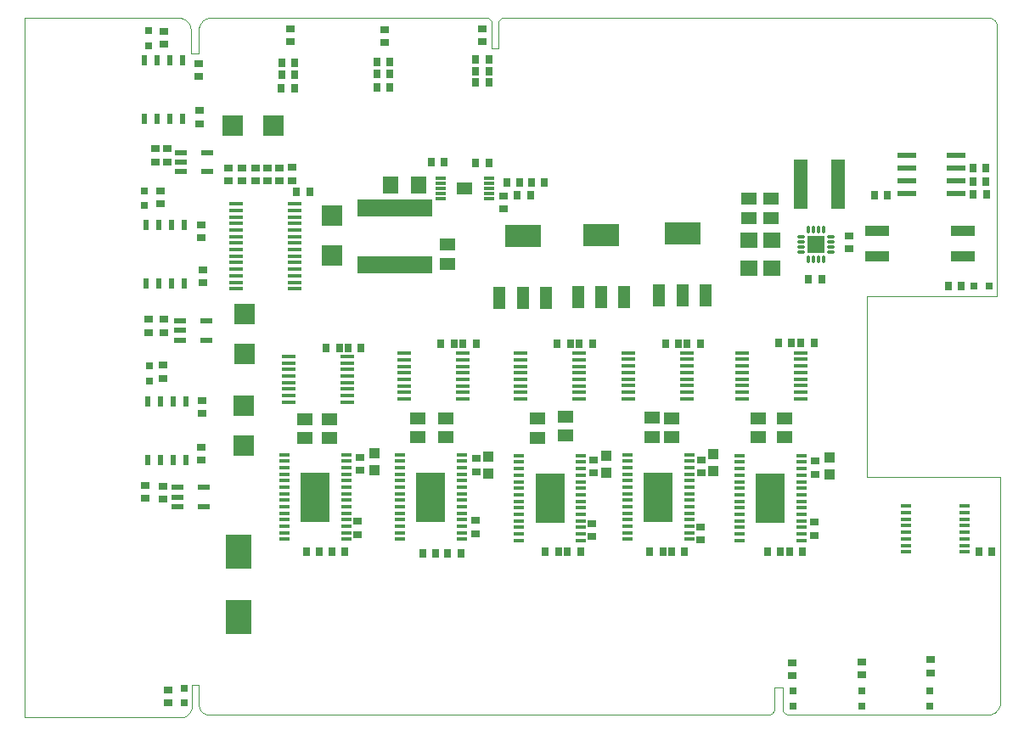
<source format=gtp>
G75*
G70*
%OFA0B0*%
%FSLAX24Y24*%
%IPPOS*%
%LPD*%
%AMOC8*
5,1,8,0,0,1.08239X$1,22.5*
%
%ADD10C,0.0000*%
%ADD11R,0.0394X0.0138*%
%ADD12R,0.1181X0.1969*%
%ADD13R,0.0580X0.0140*%
%ADD14R,0.0390X0.0120*%
%ADD15R,0.0276X0.0354*%
%ADD16R,0.0591X0.0512*%
%ADD17R,0.0315X0.0315*%
%ADD18R,0.0480X0.0880*%
%ADD19R,0.1417X0.0866*%
%ADD20R,0.0354X0.0276*%
%ADD21R,0.0394X0.0433*%
%ADD22R,0.0961X0.0445*%
%ADD23R,0.0984X0.1378*%
%ADD24R,0.0472X0.0217*%
%ADD25R,0.0197X0.0433*%
%ADD26R,0.0787X0.0787*%
%ADD27C,0.0118*%
%ADD28R,0.0709X0.0709*%
%ADD29R,0.0709X0.0630*%
%ADD30R,0.0551X0.1969*%
%ADD31R,0.0394X0.0118*%
%ADD32R,0.0630X0.0709*%
%ADD33R,0.2953X0.0709*%
%ADD34R,0.0780X0.0210*%
D10*
X000474Y003346D02*
X006615Y003346D01*
X006616Y003346D02*
X006657Y003350D01*
X006699Y003358D01*
X006739Y003369D01*
X006778Y003384D01*
X006815Y003403D01*
X006851Y003425D01*
X006884Y003450D01*
X006915Y003478D01*
X006944Y003509D01*
X006969Y003542D01*
X006991Y003577D01*
X007010Y003615D01*
X007025Y003654D01*
X007037Y003694D01*
X007044Y003735D01*
X007048Y003777D01*
X007049Y003819D01*
X007049Y004626D01*
X007324Y004626D01*
X007324Y003858D01*
X007323Y003821D01*
X007327Y003784D01*
X007334Y003748D01*
X007344Y003713D01*
X007358Y003679D01*
X007376Y003646D01*
X007396Y003616D01*
X007419Y003587D01*
X007445Y003561D01*
X007474Y003538D01*
X007504Y003517D01*
X007536Y003500D01*
X007570Y003485D01*
X007606Y003475D01*
X007642Y003467D01*
X007678Y003464D01*
X029686Y003464D01*
X029714Y003466D01*
X029742Y003471D01*
X029770Y003479D01*
X029796Y003491D01*
X029820Y003506D01*
X029842Y003523D01*
X029863Y003544D01*
X029880Y003566D01*
X029895Y003590D01*
X029907Y003616D01*
X029915Y003644D01*
X029920Y003672D01*
X029922Y003700D01*
X029923Y003700D02*
X029923Y004527D01*
X030237Y004527D01*
X030237Y003700D01*
X030238Y003700D02*
X030240Y003672D01*
X030245Y003644D01*
X030253Y003616D01*
X030265Y003590D01*
X030280Y003566D01*
X030297Y003544D01*
X030318Y003523D01*
X030340Y003506D01*
X030364Y003491D01*
X030390Y003479D01*
X030418Y003471D01*
X030446Y003466D01*
X030474Y003464D01*
X038249Y003464D01*
X038249Y003465D02*
X038290Y003461D01*
X038332Y003462D01*
X038373Y003465D01*
X038414Y003473D01*
X038454Y003484D01*
X038493Y003498D01*
X038531Y003516D01*
X038566Y003537D01*
X038600Y003561D01*
X038632Y003588D01*
X038661Y003618D01*
X038688Y003650D01*
X038711Y003684D01*
X038732Y003720D01*
X038749Y003758D01*
X038763Y003797D01*
X038773Y003837D01*
X038780Y003878D01*
X038781Y003878D02*
X038781Y012795D01*
X033545Y012795D01*
X033545Y019882D01*
X038663Y019882D01*
X038663Y030511D01*
X038656Y030548D01*
X038645Y030583D01*
X038630Y030617D01*
X038612Y030650D01*
X038591Y030681D01*
X038567Y030709D01*
X038541Y030735D01*
X038512Y030759D01*
X038481Y030779D01*
X038448Y030796D01*
X038413Y030810D01*
X038378Y030820D01*
X038341Y030827D01*
X038304Y030831D01*
X038267Y030830D01*
X038230Y030826D01*
X019273Y030826D01*
X019245Y030819D01*
X019217Y030809D01*
X019192Y030796D01*
X019168Y030780D01*
X019146Y030762D01*
X019126Y030740D01*
X019109Y030717D01*
X019096Y030692D01*
X019085Y030665D01*
X019078Y030637D01*
X019074Y030608D01*
X019073Y030579D01*
X019076Y030551D01*
X019076Y029626D01*
X018820Y029626D01*
X018820Y030551D01*
X018823Y030579D01*
X018822Y030608D01*
X018818Y030637D01*
X018811Y030665D01*
X018800Y030692D01*
X018787Y030717D01*
X018770Y030740D01*
X018750Y030762D01*
X018728Y030780D01*
X018704Y030796D01*
X018679Y030809D01*
X018651Y030819D01*
X018623Y030826D01*
X007797Y030826D01*
X007756Y030824D01*
X007715Y030819D01*
X007675Y030810D01*
X007636Y030798D01*
X007598Y030782D01*
X007561Y030763D01*
X007526Y030741D01*
X007494Y030716D01*
X007463Y030688D01*
X007435Y030657D01*
X007410Y030625D01*
X007388Y030590D01*
X007369Y030553D01*
X007353Y030515D01*
X007341Y030476D01*
X007332Y030436D01*
X007327Y030395D01*
X007325Y030354D01*
X007324Y030354D02*
X007324Y029409D01*
X007009Y029409D01*
X007009Y030354D01*
X007010Y030354D02*
X007006Y030397D01*
X006999Y030439D01*
X006988Y030481D01*
X006973Y030521D01*
X006955Y030560D01*
X006934Y030597D01*
X006909Y030633D01*
X006882Y030666D01*
X006851Y030696D01*
X006819Y030724D01*
X006783Y030749D01*
X006746Y030770D01*
X006707Y030789D01*
X006667Y030804D01*
X006625Y030815D01*
X006583Y030823D01*
X006540Y030826D01*
X006497Y030827D01*
X006497Y030826D02*
X000474Y030826D01*
X000474Y003346D01*
D11*
X010675Y010344D03*
X010675Y010600D03*
X010675Y010856D03*
X010675Y011112D03*
X010675Y011368D03*
X010675Y011624D03*
X010675Y011880D03*
X010675Y012136D03*
X010675Y012391D03*
X010675Y012647D03*
X010675Y012903D03*
X010675Y013159D03*
X010675Y013415D03*
X010675Y013671D03*
X013107Y013671D03*
X013107Y013415D03*
X013107Y013159D03*
X013107Y012903D03*
X013107Y012647D03*
X013107Y012391D03*
X013107Y012136D03*
X013107Y011880D03*
X013107Y011624D03*
X013107Y011368D03*
X013107Y011112D03*
X013107Y010856D03*
X013107Y010600D03*
X013107Y010344D03*
X015203Y010344D03*
X015203Y010600D03*
X015203Y010856D03*
X015203Y011112D03*
X015203Y011368D03*
X015203Y011624D03*
X015203Y011880D03*
X015203Y012136D03*
X015203Y012391D03*
X015203Y012647D03*
X015203Y012903D03*
X015203Y013159D03*
X015203Y013415D03*
X015203Y013671D03*
X017634Y013671D03*
X017634Y013415D03*
X017634Y013159D03*
X017634Y012903D03*
X017634Y012647D03*
X017634Y012391D03*
X017634Y012136D03*
X017634Y011880D03*
X017634Y011624D03*
X017634Y011368D03*
X017634Y011112D03*
X017634Y010856D03*
X017634Y010600D03*
X017634Y010344D03*
X019888Y010305D03*
X019888Y010561D03*
X019888Y010817D03*
X019888Y011073D03*
X019888Y011328D03*
X019888Y011584D03*
X019888Y011840D03*
X019888Y012096D03*
X019888Y012352D03*
X019888Y012608D03*
X019888Y012864D03*
X019888Y013120D03*
X019888Y013376D03*
X019888Y013632D03*
X022319Y013632D03*
X022319Y013376D03*
X022319Y013120D03*
X022319Y012864D03*
X022319Y012608D03*
X022319Y012352D03*
X022319Y012096D03*
X022319Y011840D03*
X022319Y011584D03*
X022319Y011328D03*
X022319Y011073D03*
X022319Y010817D03*
X022319Y010561D03*
X022319Y010305D03*
X024140Y010344D03*
X024140Y010600D03*
X024140Y010856D03*
X024140Y011112D03*
X024140Y011368D03*
X024140Y011624D03*
X024140Y011880D03*
X024140Y012136D03*
X024140Y012391D03*
X024140Y012647D03*
X024140Y012903D03*
X024140Y013159D03*
X024140Y013415D03*
X024140Y013671D03*
X026571Y013671D03*
X026571Y013415D03*
X026571Y013159D03*
X026571Y012903D03*
X026571Y012647D03*
X026571Y012391D03*
X026571Y012136D03*
X026571Y011880D03*
X026571Y011624D03*
X026571Y011368D03*
X026571Y011112D03*
X026571Y010856D03*
X026571Y010600D03*
X026571Y010344D03*
X028549Y010305D03*
X028549Y010561D03*
X028549Y010817D03*
X028549Y011073D03*
X028549Y011328D03*
X028549Y011584D03*
X028549Y011840D03*
X028549Y012096D03*
X028549Y012352D03*
X028549Y012608D03*
X028549Y012864D03*
X028549Y013120D03*
X028549Y013376D03*
X028549Y013632D03*
X030981Y013632D03*
X030981Y013376D03*
X030981Y013120D03*
X030981Y012864D03*
X030981Y012608D03*
X030981Y012352D03*
X030981Y012096D03*
X030981Y011840D03*
X030981Y011584D03*
X030981Y011328D03*
X030981Y011073D03*
X030981Y010817D03*
X030981Y010561D03*
X030981Y010305D03*
D12*
X029765Y011968D03*
X025356Y012008D03*
X021104Y011968D03*
X016419Y012008D03*
X011891Y012008D03*
D13*
X010839Y015734D03*
X010839Y015994D03*
X010839Y016254D03*
X010839Y016504D03*
X010839Y016764D03*
X010839Y017014D03*
X010839Y017274D03*
X010839Y017534D03*
X013139Y017534D03*
X013139Y017274D03*
X013139Y017014D03*
X013139Y016764D03*
X013139Y016504D03*
X013139Y016254D03*
X013139Y015994D03*
X013139Y015734D03*
X015367Y015852D03*
X015367Y016112D03*
X015367Y016372D03*
X015367Y016622D03*
X015367Y016882D03*
X015367Y017132D03*
X015367Y017392D03*
X015367Y017652D03*
X017667Y017652D03*
X017667Y017392D03*
X017667Y017132D03*
X017667Y016882D03*
X017667Y016622D03*
X017667Y016372D03*
X017667Y016112D03*
X017667Y015852D03*
X019954Y015852D03*
X019954Y016112D03*
X019954Y016372D03*
X019954Y016622D03*
X019954Y016882D03*
X019954Y017132D03*
X019954Y017392D03*
X019954Y017652D03*
X022254Y017652D03*
X022254Y017392D03*
X022254Y017132D03*
X022254Y016882D03*
X022254Y016622D03*
X022254Y016372D03*
X022254Y016112D03*
X022254Y015852D03*
X024186Y015871D03*
X024186Y016131D03*
X024186Y016391D03*
X024186Y016641D03*
X024186Y016901D03*
X024186Y017151D03*
X024186Y017411D03*
X024186Y017671D03*
X026486Y017671D03*
X026486Y017411D03*
X026486Y017151D03*
X026486Y016901D03*
X026486Y016641D03*
X026486Y016391D03*
X026486Y016131D03*
X026486Y015871D03*
X028654Y015871D03*
X028654Y016131D03*
X028654Y016391D03*
X028654Y016641D03*
X028654Y016901D03*
X028654Y017151D03*
X028654Y017411D03*
X028654Y017671D03*
X030954Y017671D03*
X030954Y017411D03*
X030954Y017151D03*
X030954Y016901D03*
X030954Y016641D03*
X030954Y016391D03*
X030954Y016131D03*
X030954Y015871D03*
X011092Y020190D03*
X011092Y020440D03*
X011092Y020700D03*
X011092Y020950D03*
X011092Y021210D03*
X011092Y021470D03*
X011092Y021720D03*
X011092Y021980D03*
X011092Y022230D03*
X011092Y022490D03*
X011092Y022750D03*
X011092Y023000D03*
X011092Y023260D03*
X011092Y023510D03*
X008792Y023510D03*
X008792Y023260D03*
X008792Y023000D03*
X008792Y022750D03*
X008792Y022490D03*
X008792Y022230D03*
X008792Y021980D03*
X008792Y021720D03*
X008792Y021470D03*
X008792Y021210D03*
X008792Y020950D03*
X008792Y020700D03*
X008792Y020440D03*
X008792Y020190D03*
D14*
X035093Y011643D03*
X035093Y011387D03*
X035093Y011132D03*
X035093Y010876D03*
X035093Y010620D03*
X035093Y010364D03*
X035093Y010108D03*
X035093Y009852D03*
X037390Y009852D03*
X037390Y010108D03*
X037390Y010364D03*
X037390Y010620D03*
X037390Y010876D03*
X037390Y011132D03*
X037390Y011387D03*
X037390Y011643D03*
D15*
X037934Y009862D03*
X038446Y009862D03*
X031025Y009852D03*
X030513Y009852D03*
X030159Y009852D03*
X029647Y009852D03*
X026399Y009842D03*
X025887Y009842D03*
X025533Y009842D03*
X025021Y009842D03*
X022304Y009842D03*
X021793Y009842D03*
X021438Y009842D03*
X020926Y009842D03*
X017600Y009803D03*
X017088Y009803D03*
X016625Y009803D03*
X016113Y009803D03*
X013052Y009842D03*
X012541Y009842D03*
X012058Y009842D03*
X011547Y009842D03*
X012324Y017874D03*
X012836Y017874D03*
X013186Y017866D03*
X013698Y017866D03*
X016832Y018011D03*
X017344Y018011D03*
X017698Y018011D03*
X018210Y018011D03*
X021399Y018031D03*
X021911Y018031D03*
X022265Y018031D03*
X022777Y018031D03*
X025651Y018031D03*
X026163Y018031D03*
X026497Y018031D03*
X027009Y018031D03*
X030080Y018051D03*
X030592Y018051D03*
X030966Y018051D03*
X031478Y018051D03*
X031261Y020551D03*
X031773Y020551D03*
X033854Y023848D03*
X034365Y023848D03*
X037728Y023907D03*
X038239Y023907D03*
X038220Y024399D03*
X037708Y024399D03*
X037708Y024931D03*
X038220Y024931D03*
X037265Y020285D03*
X036753Y020285D03*
X020897Y024370D03*
X020385Y024370D03*
X019913Y024370D03*
X019401Y024370D03*
X019824Y023858D03*
X020336Y023858D03*
X018702Y025118D03*
X018190Y025118D03*
X016950Y025157D03*
X016438Y025157D03*
X014824Y028090D03*
X014312Y028090D03*
X014312Y028622D03*
X014824Y028622D03*
X014824Y029094D03*
X014312Y029094D03*
X011084Y029055D03*
X011084Y028602D03*
X010572Y028602D03*
X010572Y029055D03*
X010562Y028061D03*
X011074Y028061D03*
X011161Y023988D03*
X011673Y023988D03*
X018190Y028287D03*
X018190Y028740D03*
X018702Y028740D03*
X018702Y028287D03*
X018702Y029193D03*
X018190Y029193D03*
D16*
X017741Y024126D03*
X017068Y021909D03*
X017068Y021161D03*
X017029Y015098D03*
X017029Y014350D03*
X015907Y014350D03*
X015907Y015098D03*
X012442Y015059D03*
X011478Y015059D03*
X011478Y014311D03*
X012442Y014311D03*
X020611Y014330D03*
X020611Y015078D03*
X021714Y015157D03*
X021714Y014409D03*
X025100Y014370D03*
X025887Y014350D03*
X025887Y015098D03*
X025100Y015118D03*
X029273Y015098D03*
X029273Y014350D03*
X030316Y014350D03*
X030316Y015098D03*
X029785Y022972D03*
X029785Y023720D03*
X028919Y023720D03*
X028919Y022972D03*
D17*
X037757Y020285D03*
X038348Y020285D03*
X036025Y004389D03*
X036025Y003799D03*
X033348Y003799D03*
X033348Y004389D03*
X030651Y004389D03*
X030651Y003799D03*
X006753Y003917D03*
X006753Y004508D03*
X005395Y016555D03*
X005395Y017145D03*
X005188Y023445D03*
X005188Y024035D03*
X005356Y029734D03*
X005356Y030324D03*
D18*
X019131Y019823D03*
X020041Y019823D03*
X020950Y019823D03*
X022202Y019862D03*
X023111Y019862D03*
X024021Y019862D03*
X025391Y019921D03*
X026300Y019921D03*
X027210Y019921D03*
D19*
X026300Y022361D03*
X023111Y022302D03*
X020041Y022263D03*
D20*
X019293Y023317D03*
X019293Y023828D03*
X018446Y029882D03*
X018446Y030393D03*
X014627Y030374D03*
X014627Y029862D03*
X010907Y029882D03*
X010907Y030393D03*
X007324Y029035D03*
X007324Y028523D03*
X007363Y027185D03*
X007363Y026673D03*
X006072Y025685D03*
X005631Y025685D03*
X005631Y025173D03*
X006072Y025173D03*
X005808Y024035D03*
X005808Y023523D03*
X007403Y022697D03*
X007403Y022185D03*
X007482Y020925D03*
X007482Y020413D03*
X005958Y018976D03*
X005958Y018464D03*
X005336Y018464D03*
X005336Y018976D03*
X005907Y017185D03*
X005907Y016673D03*
X007442Y015807D03*
X007442Y015295D03*
X007403Y013956D03*
X007403Y013445D03*
X005907Y012441D03*
X005907Y011929D03*
X005224Y011943D03*
X005224Y012454D03*
X013545Y011043D03*
X013545Y010531D03*
X013643Y013051D03*
X013643Y013563D03*
X018200Y013513D03*
X018200Y013002D03*
X018190Y011082D03*
X018190Y010571D03*
X022757Y010452D03*
X022757Y010964D03*
X022826Y012952D03*
X022826Y013464D03*
X027058Y013454D03*
X027058Y012943D03*
X027019Y010826D03*
X027019Y010315D03*
X031497Y010502D03*
X031497Y011013D03*
X031527Y012903D03*
X031527Y013415D03*
X030631Y005492D03*
X030631Y004980D03*
X033348Y005019D03*
X033348Y005531D03*
X036064Y005610D03*
X036064Y005098D03*
X032865Y021752D03*
X032865Y022263D03*
X010972Y024441D03*
X010493Y024429D03*
X010021Y024429D03*
X009552Y024425D03*
X009552Y024937D03*
X010021Y024941D03*
X010493Y024941D03*
X010972Y024952D03*
X009021Y024941D03*
X009021Y024429D03*
X008489Y024425D03*
X008489Y024937D03*
X005966Y029783D03*
X005966Y030295D03*
X006123Y004429D03*
X006123Y003917D03*
D21*
X014224Y013051D03*
X014224Y013720D03*
X018673Y013592D03*
X018673Y012923D03*
X023308Y012952D03*
X023308Y013622D03*
X027531Y013700D03*
X027531Y013031D03*
X032088Y012903D03*
X032088Y013573D03*
D22*
X033938Y021458D03*
X033938Y022458D03*
X037324Y022458D03*
X037324Y021458D03*
D23*
X008899Y009862D03*
X008899Y007303D03*
D24*
X007521Y011634D03*
X007521Y012382D03*
X006497Y012382D03*
X006497Y012008D03*
X006497Y011634D03*
X006576Y018169D03*
X006576Y018543D03*
X006576Y018917D03*
X007600Y018917D03*
X007600Y018169D03*
X007639Y024783D03*
X007639Y025531D03*
X006615Y025531D03*
X006615Y025157D03*
X006615Y024783D03*
D25*
X006667Y026870D03*
X006167Y026870D03*
X005667Y026870D03*
X005167Y026870D03*
X005167Y029153D03*
X005667Y029153D03*
X006167Y029153D03*
X006667Y029153D03*
X006736Y022687D03*
X006236Y022687D03*
X005736Y022687D03*
X005236Y022687D03*
X005236Y020403D03*
X005736Y020403D03*
X006236Y020403D03*
X006736Y020403D03*
X006804Y015748D03*
X006304Y015748D03*
X005804Y015748D03*
X005304Y015748D03*
X005304Y013464D03*
X005804Y013464D03*
X006304Y013464D03*
X006804Y013464D03*
D26*
X009096Y014015D03*
X009096Y015590D03*
X009115Y017618D03*
X009115Y019193D03*
X012560Y021496D03*
X012560Y023071D03*
X010237Y026604D03*
X008663Y026604D03*
D27*
X030888Y022224D02*
X031064Y022224D01*
X031064Y022027D02*
X030888Y022027D01*
X030888Y021830D02*
X031064Y021830D01*
X031064Y021634D02*
X030888Y021634D01*
X031261Y021436D02*
X031261Y021260D01*
X031458Y021260D02*
X031458Y021436D01*
X031655Y021436D02*
X031655Y021260D01*
X031852Y021260D02*
X031852Y021436D01*
X032049Y021634D02*
X032225Y021634D01*
X032225Y021830D02*
X032049Y021830D01*
X032049Y022027D02*
X032225Y022027D01*
X032225Y022224D02*
X032049Y022224D01*
X031852Y022422D02*
X031852Y022598D01*
X031655Y022598D02*
X031655Y022422D01*
X031458Y022422D02*
X031458Y022598D01*
X031261Y022598D02*
X031261Y022422D01*
D28*
X031556Y021929D03*
D29*
X029824Y022086D03*
X028919Y022086D03*
X028919Y020984D03*
X029824Y020984D03*
D30*
X030946Y024291D03*
X032403Y024291D03*
D31*
X018702Y024330D03*
X018702Y024527D03*
X018702Y024132D03*
X018702Y023937D03*
X018702Y023740D03*
X016812Y023740D03*
X016812Y023937D03*
X016812Y024132D03*
X016812Y024330D03*
X016812Y024527D03*
D32*
X015946Y024252D03*
X014844Y024252D03*
D33*
X015001Y023346D03*
X015001Y021141D03*
D34*
X035124Y023925D03*
X035124Y024425D03*
X035124Y024925D03*
X035124Y025425D03*
X037064Y025425D03*
X037064Y024925D03*
X037064Y024425D03*
X037064Y023925D03*
M02*

</source>
